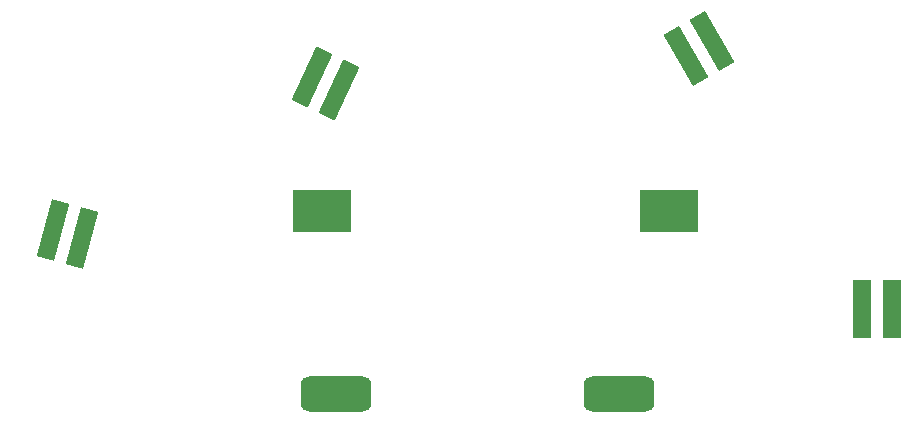
<source format=gbr>
%TF.GenerationSoftware,KiCad,Pcbnew,6.0.7-f9a2dced07~116~ubuntu20.04.1*%
%TF.CreationDate,2022-09-11T18:48:07+02:00*%
%TF.ProjectId,demoDino,64656d6f-4469-46e6-9f2e-6b696361645f,rev?*%
%TF.SameCoordinates,Original*%
%TF.FileFunction,Paste,Bot*%
%TF.FilePolarity,Positive*%
%FSLAX46Y46*%
G04 Gerber Fmt 4.6, Leading zero omitted, Abs format (unit mm)*
G04 Created by KiCad (PCBNEW 6.0.7-f9a2dced07~116~ubuntu20.04.1) date 2022-09-11 18:48:07*
%MOMM*%
%LPD*%
G01*
G04 APERTURE LIST*
G04 Aperture macros list*
%AMRoundRect*
0 Rectangle with rounded corners*
0 $1 Rounding radius*
0 $2 $3 $4 $5 $6 $7 $8 $9 X,Y pos of 4 corners*
0 Add a 4 corners polygon primitive as box body*
4,1,4,$2,$3,$4,$5,$6,$7,$8,$9,$2,$3,0*
0 Add four circle primitives for the rounded corners*
1,1,$1+$1,$2,$3*
1,1,$1+$1,$4,$5*
1,1,$1+$1,$6,$7*
1,1,$1+$1,$8,$9*
0 Add four rect primitives between the rounded corners*
20,1,$1+$1,$2,$3,$4,$5,0*
20,1,$1+$1,$4,$5,$6,$7,0*
20,1,$1+$1,$6,$7,$8,$9,0*
20,1,$1+$1,$8,$9,$2,$3,0*%
%AMRotRect*
0 Rectangle, with rotation*
0 The origin of the aperture is its center*
0 $1 length*
0 $2 width*
0 $3 Rotation angle, in degrees counterclockwise*
0 Add horizontal line*
21,1,$1,$2,0,0,$3*%
G04 Aperture macros list end*
%ADD10RotRect,1.524000X5.000000X345.000000*%
%ADD11R,5.000000X3.600000*%
%ADD12RoundRect,0.750000X2.250000X0.750000X-2.250000X0.750000X-2.250000X-0.750000X2.250000X-0.750000X0*%
%ADD13RotRect,1.524000X5.000000X30.000000*%
%ADD14R,1.524000X5.000000*%
%ADD15RotRect,1.524000X5.000000X335.000000*%
G04 APERTURE END LIST*
D10*
%TO.C,D4*%
X47523275Y-71628275D03*
X49976726Y-72285675D03*
%TD*%
D11*
%TO.C,BT1*%
X99650000Y-70000000D03*
X70350000Y-70000000D03*
%TD*%
D12*
%TO.C,SW1*%
X95500000Y-85500000D03*
X71500000Y-85500000D03*
%TD*%
D13*
%TO.C,D2*%
X101150148Y-56834475D03*
X103349852Y-55564475D03*
%TD*%
D14*
%TO.C,D1*%
X116000000Y-78250000D03*
X118540000Y-78250000D03*
%TD*%
D15*
%TO.C,D3*%
X69447978Y-58676550D03*
X71750000Y-59750000D03*
%TD*%
M02*

</source>
